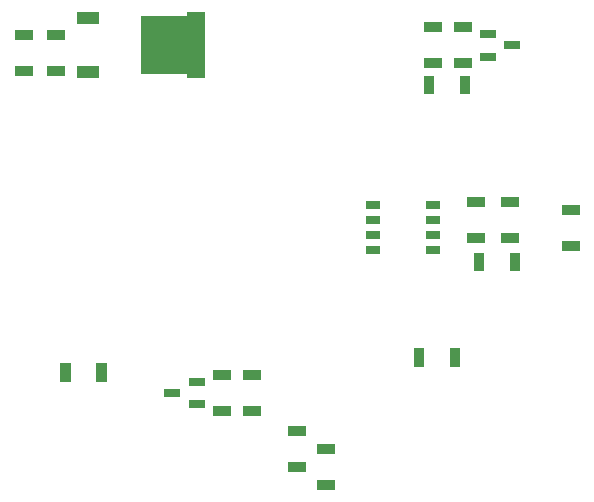
<source format=gbr>
%FSLAX34Y34*%
%MOMM*%
%LNSMDMASK_TOP*%
G71*
G01*
%ADD10R, 1.27X0.65*%
%ADD11R, 1.40X0.70*%
%ADD12R, 1.60X0.87*%
%ADD13R, 1.90X1.00*%
%ADD14R, 1.60X5.70*%
%ADD15R, 5.10X5.00*%
%ADD16R, 0.87X1.60*%
%LPD*%
X641846Y762131D02*
G54D10*
D03*
X641846Y749431D02*
G54D10*
D03*
X641846Y736731D02*
G54D10*
D03*
X641846Y724031D02*
G54D10*
D03*
X591046Y724031D02*
G54D10*
D03*
X591046Y736731D02*
G54D10*
D03*
X591046Y749431D02*
G54D10*
D03*
X591046Y762131D02*
G54D10*
D03*
X442444Y593854D02*
G54D11*
D03*
X442444Y612854D02*
G54D11*
D03*
X421444Y603354D02*
G54D11*
D03*
X463562Y588134D02*
G54D12*
D03*
X463562Y618534D02*
G54D12*
D03*
X488962Y588134D02*
G54D12*
D03*
X488962Y618534D02*
G54D12*
D03*
G36*
X626129Y641043D02*
X634829Y641043D01*
X634829Y625043D01*
X626129Y625043D01*
X626129Y641043D01*
G37*
G36*
X656529Y641043D02*
X665229Y641043D01*
X665229Y625043D01*
X656529Y625043D01*
X656529Y641043D01*
G37*
X527036Y540837D02*
G54D12*
D03*
X527036Y571237D02*
G54D12*
D03*
X551408Y555768D02*
G54D12*
D03*
X551408Y525369D02*
G54D12*
D03*
X678678Y764555D02*
G54D12*
D03*
X678678Y734155D02*
G54D12*
D03*
X688313Y907069D02*
G54D11*
D03*
X688313Y888069D02*
G54D11*
D03*
X709313Y897569D02*
G54D11*
D03*
X667195Y912789D02*
G54D12*
D03*
X667195Y882389D02*
G54D12*
D03*
X641795Y912789D02*
G54D12*
D03*
X641795Y882389D02*
G54D12*
D03*
X349756Y920692D02*
G54D13*
D03*
X349856Y875092D02*
G54D13*
D03*
X295497Y905930D02*
G54D12*
D03*
X295497Y875530D02*
G54D12*
D03*
X323032Y905943D02*
G54D12*
D03*
X323032Y875543D02*
G54D12*
D03*
X441790Y897795D02*
G54D14*
D03*
X420289Y897830D02*
G54D15*
D03*
X711854Y714273D02*
G54D16*
D03*
X681455Y714273D02*
G54D16*
D03*
X707245Y764966D02*
G54D12*
D03*
X707245Y734566D02*
G54D12*
D03*
G36*
X326606Y628497D02*
X335306Y628498D01*
X335306Y612498D01*
X326606Y612497D01*
X326606Y628497D01*
G37*
G36*
X357005Y628498D02*
X365705Y628498D01*
X365706Y612498D01*
X357006Y612498D01*
X357005Y628498D01*
G37*
X758547Y758215D02*
G54D12*
D03*
X758547Y727816D02*
G54D12*
D03*
X669342Y864231D02*
G54D16*
D03*
X638942Y864231D02*
G54D16*
D03*
M02*

</source>
